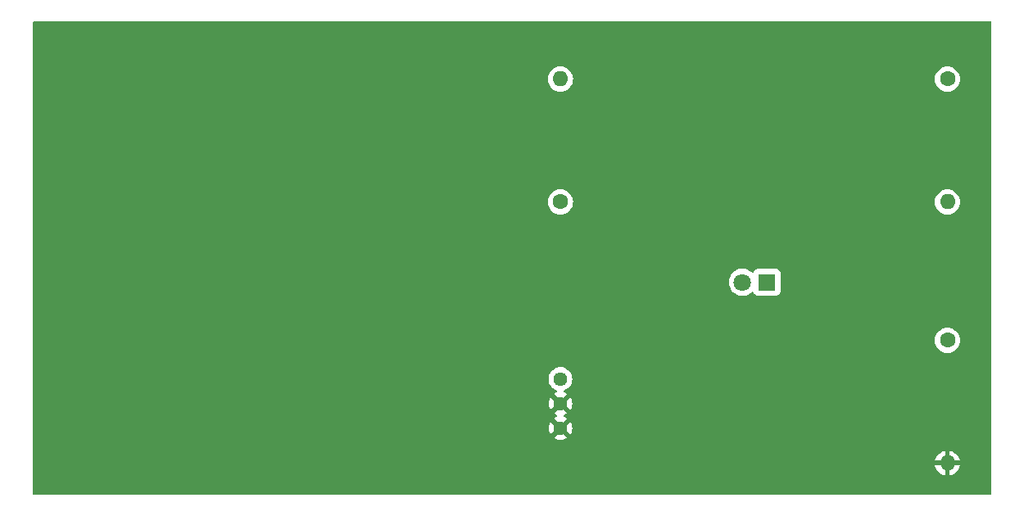
<source format=gbr>
%TF.GenerationSoftware,KiCad,Pcbnew,8.0.7*%
%TF.CreationDate,2025-01-07T01:48:30+09:00*%
%TF.ProjectId,WheatstonBridge,57686561-7473-4746-9f6e-427269646765,rev?*%
%TF.SameCoordinates,Original*%
%TF.FileFunction,Copper,L2,Bot*%
%TF.FilePolarity,Positive*%
%FSLAX46Y46*%
G04 Gerber Fmt 4.6, Leading zero omitted, Abs format (unit mm)*
G04 Created by KiCad (PCBNEW 8.0.7) date 2025-01-07 01:48:30*
%MOMM*%
%LPD*%
G01*
G04 APERTURE LIST*
%TA.AperFunction,ComponentPad*%
%ADD10C,1.440000*%
%TD*%
%TA.AperFunction,ComponentPad*%
%ADD11C,1.600000*%
%TD*%
%TA.AperFunction,ComponentPad*%
%ADD12O,1.600000X1.600000*%
%TD*%
%TA.AperFunction,ComponentPad*%
%ADD13R,1.800000X1.800000*%
%TD*%
%TA.AperFunction,ComponentPad*%
%ADD14C,1.800000*%
%TD*%
G04 APERTURE END LIST*
D10*
%TO.P,RV1,1,1*%
%TO.N,GND*%
X155000000Y-92580000D03*
%TO.P,RV1,2,2*%
X155000000Y-90040000D03*
%TO.P,RV1,3,3*%
%TO.N,Net-(D1-A)*%
X155000000Y-87500000D03*
%TD*%
D11*
%TO.P,R3,1*%
%TO.N,Net-(D1-K)*%
X195000000Y-83500000D03*
D12*
%TO.P,R3,2*%
%TO.N,GND*%
X195000000Y-96200000D03*
%TD*%
D11*
%TO.P,R2,1*%
%TO.N,VCC*%
X195000000Y-56500000D03*
D12*
%TO.P,R2,2*%
%TO.N,Net-(D1-K)*%
X195000000Y-69200000D03*
%TD*%
D11*
%TO.P,R1,1*%
%TO.N,Net-(D1-A)*%
X155000000Y-69200000D03*
D12*
%TO.P,R1,2*%
%TO.N,VCC*%
X155000000Y-56500000D03*
%TD*%
D13*
%TO.P,D1,1,K*%
%TO.N,Net-(D1-K)*%
X176350000Y-77500000D03*
D14*
%TO.P,D1,2,A*%
%TO.N,Net-(D1-A)*%
X173810000Y-77500000D03*
%TD*%
%TA.AperFunction,Conductor*%
%TO.N,GND*%
G36*
X199442539Y-50520185D02*
G01*
X199488294Y-50572989D01*
X199499500Y-50624500D01*
X199499500Y-99375500D01*
X199479815Y-99442539D01*
X199427011Y-99488294D01*
X199375500Y-99499500D01*
X100624500Y-99499500D01*
X100557461Y-99479815D01*
X100511706Y-99427011D01*
X100500500Y-99375500D01*
X100500500Y-95949999D01*
X193721127Y-95949999D01*
X193721128Y-95950000D01*
X194684314Y-95950000D01*
X194679920Y-95954394D01*
X194627259Y-96045606D01*
X194600000Y-96147339D01*
X194600000Y-96252661D01*
X194627259Y-96354394D01*
X194679920Y-96445606D01*
X194684314Y-96450000D01*
X193721128Y-96450000D01*
X193773730Y-96646317D01*
X193773734Y-96646326D01*
X193869865Y-96852482D01*
X194000342Y-97038820D01*
X194161179Y-97199657D01*
X194347517Y-97330134D01*
X194553673Y-97426265D01*
X194553682Y-97426269D01*
X194749999Y-97478872D01*
X194750000Y-97478871D01*
X194750000Y-96515686D01*
X194754394Y-96520080D01*
X194845606Y-96572741D01*
X194947339Y-96600000D01*
X195052661Y-96600000D01*
X195154394Y-96572741D01*
X195245606Y-96520080D01*
X195250000Y-96515686D01*
X195250000Y-97478872D01*
X195446317Y-97426269D01*
X195446326Y-97426265D01*
X195652482Y-97330134D01*
X195838820Y-97199657D01*
X195999657Y-97038820D01*
X196130134Y-96852482D01*
X196226265Y-96646326D01*
X196226269Y-96646317D01*
X196278872Y-96450000D01*
X195315686Y-96450000D01*
X195320080Y-96445606D01*
X195372741Y-96354394D01*
X195400000Y-96252661D01*
X195400000Y-96147339D01*
X195372741Y-96045606D01*
X195320080Y-95954394D01*
X195315686Y-95950000D01*
X196278872Y-95950000D01*
X196278872Y-95949999D01*
X196226269Y-95753682D01*
X196226265Y-95753673D01*
X196130134Y-95547517D01*
X195999657Y-95361179D01*
X195838820Y-95200342D01*
X195652482Y-95069865D01*
X195446328Y-94973734D01*
X195250000Y-94921127D01*
X195250000Y-95884314D01*
X195245606Y-95879920D01*
X195154394Y-95827259D01*
X195052661Y-95800000D01*
X194947339Y-95800000D01*
X194845606Y-95827259D01*
X194754394Y-95879920D01*
X194750000Y-95884314D01*
X194750000Y-94921127D01*
X194553671Y-94973734D01*
X194347517Y-95069865D01*
X194161179Y-95200342D01*
X194000342Y-95361179D01*
X193869865Y-95547517D01*
X193773734Y-95753673D01*
X193773730Y-95753682D01*
X193721127Y-95949999D01*
X100500500Y-95949999D01*
X100500500Y-87499998D01*
X153774838Y-87499998D01*
X153774838Y-87500001D01*
X153793450Y-87712741D01*
X153793452Y-87712752D01*
X153848721Y-87919022D01*
X153848723Y-87919026D01*
X153848724Y-87919030D01*
X153891171Y-88010058D01*
X153938977Y-88112578D01*
X154061472Y-88287521D01*
X154212478Y-88438527D01*
X154212481Y-88438529D01*
X154387419Y-88561021D01*
X154387421Y-88561022D01*
X154387420Y-88561022D01*
X154451936Y-88591106D01*
X154580970Y-88651276D01*
X154580983Y-88651279D01*
X154586064Y-88653130D01*
X154585390Y-88654978D01*
X154637680Y-88686857D01*
X154668204Y-88749707D01*
X154659903Y-88819082D01*
X154615413Y-88872956D01*
X154585904Y-88886432D01*
X154586236Y-88887342D01*
X154581140Y-88889197D01*
X154387671Y-88979412D01*
X154387669Y-88979413D01*
X154331969Y-89018415D01*
X154331968Y-89018415D01*
X154953554Y-89640000D01*
X154947339Y-89640000D01*
X154845606Y-89667259D01*
X154754394Y-89719920D01*
X154679920Y-89794394D01*
X154627259Y-89885606D01*
X154600000Y-89987339D01*
X154600000Y-89993553D01*
X153978415Y-89371968D01*
X153978415Y-89371969D01*
X153939413Y-89427669D01*
X153939412Y-89427671D01*
X153849197Y-89621140D01*
X153849194Y-89621146D01*
X153793945Y-89827337D01*
X153793944Y-89827345D01*
X153775340Y-90039997D01*
X153775340Y-90040002D01*
X153793944Y-90252654D01*
X153793945Y-90252662D01*
X153849194Y-90458853D01*
X153849197Y-90458859D01*
X153939413Y-90652329D01*
X153978415Y-90708030D01*
X154600000Y-90086445D01*
X154600000Y-90092661D01*
X154627259Y-90194394D01*
X154679920Y-90285606D01*
X154754394Y-90360080D01*
X154845606Y-90412741D01*
X154947339Y-90440000D01*
X154953554Y-90440000D01*
X154331968Y-91061584D01*
X154387663Y-91100582D01*
X154387669Y-91100586D01*
X154581140Y-91190802D01*
X154586236Y-91192658D01*
X154585643Y-91194285D01*
X154638645Y-91226596D01*
X154669170Y-91289445D01*
X154660871Y-91358820D01*
X154616383Y-91412695D01*
X154585961Y-91426587D01*
X154586236Y-91427342D01*
X154581140Y-91429197D01*
X154387671Y-91519412D01*
X154387669Y-91519413D01*
X154331969Y-91558415D01*
X154331968Y-91558415D01*
X154953554Y-92180000D01*
X154947339Y-92180000D01*
X154845606Y-92207259D01*
X154754394Y-92259920D01*
X154679920Y-92334394D01*
X154627259Y-92425606D01*
X154600000Y-92527339D01*
X154600000Y-92533553D01*
X153978415Y-91911968D01*
X153978415Y-91911969D01*
X153939413Y-91967669D01*
X153939412Y-91967671D01*
X153849197Y-92161140D01*
X153849194Y-92161146D01*
X153793945Y-92367337D01*
X153793944Y-92367345D01*
X153775340Y-92579997D01*
X153775340Y-92580002D01*
X153793944Y-92792654D01*
X153793945Y-92792662D01*
X153849194Y-92998853D01*
X153849197Y-92998859D01*
X153939413Y-93192329D01*
X153978415Y-93248030D01*
X154600000Y-92626445D01*
X154600000Y-92632661D01*
X154627259Y-92734394D01*
X154679920Y-92825606D01*
X154754394Y-92900080D01*
X154845606Y-92952741D01*
X154947339Y-92980000D01*
X154953554Y-92980000D01*
X154331968Y-93601584D01*
X154387663Y-93640582D01*
X154387669Y-93640586D01*
X154581140Y-93730802D01*
X154581146Y-93730805D01*
X154787337Y-93786054D01*
X154787345Y-93786055D01*
X154999998Y-93804660D01*
X155000002Y-93804660D01*
X155212654Y-93786055D01*
X155212662Y-93786054D01*
X155418853Y-93730805D01*
X155418864Y-93730801D01*
X155612325Y-93640589D01*
X155668030Y-93601583D01*
X155046447Y-92980000D01*
X155052661Y-92980000D01*
X155154394Y-92952741D01*
X155245606Y-92900080D01*
X155320080Y-92825606D01*
X155372741Y-92734394D01*
X155400000Y-92632661D01*
X155400000Y-92626446D01*
X156021583Y-93248029D01*
X156060589Y-93192325D01*
X156150801Y-92998864D01*
X156150805Y-92998853D01*
X156206054Y-92792662D01*
X156206055Y-92792654D01*
X156224660Y-92580002D01*
X156224660Y-92579997D01*
X156206055Y-92367345D01*
X156206054Y-92367337D01*
X156150805Y-92161146D01*
X156150802Y-92161140D01*
X156060586Y-91967669D01*
X156060582Y-91967663D01*
X156021584Y-91911968D01*
X155400000Y-92533552D01*
X155400000Y-92527339D01*
X155372741Y-92425606D01*
X155320080Y-92334394D01*
X155245606Y-92259920D01*
X155154394Y-92207259D01*
X155052661Y-92180000D01*
X155046447Y-92180000D01*
X155668030Y-91558415D01*
X155612329Y-91519413D01*
X155418859Y-91429197D01*
X155413764Y-91427342D01*
X155414357Y-91425712D01*
X155361361Y-91393412D01*
X155330830Y-91330565D01*
X155339124Y-91261190D01*
X155383608Y-91207311D01*
X155414039Y-91193413D01*
X155413764Y-91192658D01*
X155418864Y-91190801D01*
X155612325Y-91100589D01*
X155668030Y-91061583D01*
X155046447Y-90440000D01*
X155052661Y-90440000D01*
X155154394Y-90412741D01*
X155245606Y-90360080D01*
X155320080Y-90285606D01*
X155372741Y-90194394D01*
X155400000Y-90092661D01*
X155400000Y-90086446D01*
X156021583Y-90708029D01*
X156060589Y-90652325D01*
X156150801Y-90458864D01*
X156150805Y-90458853D01*
X156206054Y-90252662D01*
X156206055Y-90252654D01*
X156224660Y-90040002D01*
X156224660Y-90039997D01*
X156206055Y-89827345D01*
X156206054Y-89827337D01*
X156150805Y-89621146D01*
X156150802Y-89621140D01*
X156060586Y-89427669D01*
X156060582Y-89427663D01*
X156021584Y-89371968D01*
X155400000Y-89993552D01*
X155400000Y-89987339D01*
X155372741Y-89885606D01*
X155320080Y-89794394D01*
X155245606Y-89719920D01*
X155154394Y-89667259D01*
X155052661Y-89640000D01*
X155046447Y-89640000D01*
X155668030Y-89018415D01*
X155612329Y-88979413D01*
X155418859Y-88889197D01*
X155413764Y-88887342D01*
X155414455Y-88885443D01*
X155362325Y-88853667D01*
X155331797Y-88790820D01*
X155340093Y-88721444D01*
X155384579Y-88667567D01*
X155414257Y-88654014D01*
X155413936Y-88653130D01*
X155419013Y-88651280D01*
X155419030Y-88651276D01*
X155612581Y-88561021D01*
X155787519Y-88438529D01*
X155938529Y-88287519D01*
X156061021Y-88112581D01*
X156151276Y-87919030D01*
X156206549Y-87712747D01*
X156225162Y-87500000D01*
X156206549Y-87287253D01*
X156151276Y-87080970D01*
X156061021Y-86887419D01*
X155938529Y-86712481D01*
X155938527Y-86712478D01*
X155787521Y-86561472D01*
X155612578Y-86438977D01*
X155612579Y-86438977D01*
X155483547Y-86378809D01*
X155419030Y-86348724D01*
X155419026Y-86348723D01*
X155419022Y-86348721D01*
X155212752Y-86293452D01*
X155212748Y-86293451D01*
X155212747Y-86293451D01*
X155212746Y-86293450D01*
X155212741Y-86293450D01*
X155000002Y-86274838D01*
X154999998Y-86274838D01*
X154787258Y-86293450D01*
X154787247Y-86293452D01*
X154580977Y-86348721D01*
X154580968Y-86348725D01*
X154387421Y-86438977D01*
X154212478Y-86561472D01*
X154061472Y-86712478D01*
X153938977Y-86887421D01*
X153848725Y-87080968D01*
X153848721Y-87080977D01*
X153793452Y-87287247D01*
X153793450Y-87287258D01*
X153774838Y-87499998D01*
X100500500Y-87499998D01*
X100500500Y-83499998D01*
X193694532Y-83499998D01*
X193694532Y-83500001D01*
X193714364Y-83726686D01*
X193714366Y-83726697D01*
X193773258Y-83946488D01*
X193773261Y-83946497D01*
X193869431Y-84152732D01*
X193869432Y-84152734D01*
X193999954Y-84339141D01*
X194160858Y-84500045D01*
X194160861Y-84500047D01*
X194347266Y-84630568D01*
X194553504Y-84726739D01*
X194773308Y-84785635D01*
X194935230Y-84799801D01*
X194999998Y-84805468D01*
X195000000Y-84805468D01*
X195000002Y-84805468D01*
X195056673Y-84800509D01*
X195226692Y-84785635D01*
X195446496Y-84726739D01*
X195652734Y-84630568D01*
X195839139Y-84500047D01*
X196000047Y-84339139D01*
X196130568Y-84152734D01*
X196226739Y-83946496D01*
X196285635Y-83726692D01*
X196305468Y-83500000D01*
X196285635Y-83273308D01*
X196226739Y-83053504D01*
X196130568Y-82847266D01*
X196000047Y-82660861D01*
X196000045Y-82660858D01*
X195839141Y-82499954D01*
X195652734Y-82369432D01*
X195652732Y-82369431D01*
X195446497Y-82273261D01*
X195446488Y-82273258D01*
X195226697Y-82214366D01*
X195226693Y-82214365D01*
X195226692Y-82214365D01*
X195226691Y-82214364D01*
X195226686Y-82214364D01*
X195000002Y-82194532D01*
X194999998Y-82194532D01*
X194773313Y-82214364D01*
X194773302Y-82214366D01*
X194553511Y-82273258D01*
X194553502Y-82273261D01*
X194347267Y-82369431D01*
X194347265Y-82369432D01*
X194160858Y-82499954D01*
X193999954Y-82660858D01*
X193869432Y-82847265D01*
X193869431Y-82847267D01*
X193773261Y-83053502D01*
X193773258Y-83053511D01*
X193714366Y-83273302D01*
X193714364Y-83273313D01*
X193694532Y-83499998D01*
X100500500Y-83499998D01*
X100500500Y-77499993D01*
X172404700Y-77499993D01*
X172404700Y-77500006D01*
X172423864Y-77731297D01*
X172423866Y-77731308D01*
X172480842Y-77956300D01*
X172574075Y-78168848D01*
X172701016Y-78363147D01*
X172701019Y-78363151D01*
X172701021Y-78363153D01*
X172858216Y-78533913D01*
X172858219Y-78533915D01*
X172858222Y-78533918D01*
X173041365Y-78676464D01*
X173041371Y-78676468D01*
X173041374Y-78676470D01*
X173245497Y-78786936D01*
X173359487Y-78826068D01*
X173465015Y-78862297D01*
X173465017Y-78862297D01*
X173465019Y-78862298D01*
X173693951Y-78900500D01*
X173693952Y-78900500D01*
X173926048Y-78900500D01*
X173926049Y-78900500D01*
X174154981Y-78862298D01*
X174374503Y-78786936D01*
X174578626Y-78676470D01*
X174761784Y-78533913D01*
X174770130Y-78524846D01*
X174830010Y-78488854D01*
X174899849Y-78490949D01*
X174957468Y-78530469D01*
X174977544Y-78565491D01*
X175006203Y-78642330D01*
X175006206Y-78642335D01*
X175092452Y-78757544D01*
X175092455Y-78757547D01*
X175207664Y-78843793D01*
X175207671Y-78843797D01*
X175342517Y-78894091D01*
X175342516Y-78894091D01*
X175349444Y-78894835D01*
X175402127Y-78900500D01*
X177297872Y-78900499D01*
X177357483Y-78894091D01*
X177492331Y-78843796D01*
X177607546Y-78757546D01*
X177693796Y-78642331D01*
X177744091Y-78507483D01*
X177750500Y-78447873D01*
X177750499Y-76552128D01*
X177744091Y-76492517D01*
X177734233Y-76466087D01*
X177693797Y-76357671D01*
X177693793Y-76357664D01*
X177607547Y-76242455D01*
X177607544Y-76242452D01*
X177492335Y-76156206D01*
X177492328Y-76156202D01*
X177357482Y-76105908D01*
X177357483Y-76105908D01*
X177297883Y-76099501D01*
X177297881Y-76099500D01*
X177297873Y-76099500D01*
X177297864Y-76099500D01*
X175402129Y-76099500D01*
X175402123Y-76099501D01*
X175342516Y-76105908D01*
X175207671Y-76156202D01*
X175207664Y-76156206D01*
X175092455Y-76242452D01*
X175092452Y-76242455D01*
X175006206Y-76357664D01*
X175006203Y-76357670D01*
X174977544Y-76434508D01*
X174935672Y-76490441D01*
X174870208Y-76514858D01*
X174801935Y-76500006D01*
X174770135Y-76475158D01*
X174761784Y-76466087D01*
X174761778Y-76466082D01*
X174761777Y-76466081D01*
X174578634Y-76323535D01*
X174578628Y-76323531D01*
X174374504Y-76213064D01*
X174374495Y-76213061D01*
X174154984Y-76137702D01*
X173964450Y-76105908D01*
X173926049Y-76099500D01*
X173693951Y-76099500D01*
X173655550Y-76105908D01*
X173465015Y-76137702D01*
X173245504Y-76213061D01*
X173245495Y-76213064D01*
X173041371Y-76323531D01*
X173041365Y-76323535D01*
X172858222Y-76466081D01*
X172858219Y-76466084D01*
X172858216Y-76466086D01*
X172858216Y-76466087D01*
X172813319Y-76514858D01*
X172701016Y-76636852D01*
X172574075Y-76831151D01*
X172480842Y-77043699D01*
X172423866Y-77268691D01*
X172423864Y-77268702D01*
X172404700Y-77499993D01*
X100500500Y-77499993D01*
X100500500Y-69199998D01*
X153694532Y-69199998D01*
X153694532Y-69200001D01*
X153714364Y-69426686D01*
X153714366Y-69426697D01*
X153773258Y-69646488D01*
X153773261Y-69646497D01*
X153869431Y-69852732D01*
X153869432Y-69852734D01*
X153999954Y-70039141D01*
X154160858Y-70200045D01*
X154160861Y-70200047D01*
X154347266Y-70330568D01*
X154553504Y-70426739D01*
X154773308Y-70485635D01*
X154935230Y-70499801D01*
X154999998Y-70505468D01*
X155000000Y-70505468D01*
X155000002Y-70505468D01*
X155056673Y-70500509D01*
X155226692Y-70485635D01*
X155446496Y-70426739D01*
X155652734Y-70330568D01*
X155839139Y-70200047D01*
X156000047Y-70039139D01*
X156130568Y-69852734D01*
X156226739Y-69646496D01*
X156285635Y-69426692D01*
X156305468Y-69200000D01*
X156305468Y-69199998D01*
X193694532Y-69199998D01*
X193694532Y-69200001D01*
X193714364Y-69426686D01*
X193714366Y-69426697D01*
X193773258Y-69646488D01*
X193773261Y-69646497D01*
X193869431Y-69852732D01*
X193869432Y-69852734D01*
X193999954Y-70039141D01*
X194160858Y-70200045D01*
X194160861Y-70200047D01*
X194347266Y-70330568D01*
X194553504Y-70426739D01*
X194773308Y-70485635D01*
X194935230Y-70499801D01*
X194999998Y-70505468D01*
X195000000Y-70505468D01*
X195000002Y-70505468D01*
X195056673Y-70500509D01*
X195226692Y-70485635D01*
X195446496Y-70426739D01*
X195652734Y-70330568D01*
X195839139Y-70200047D01*
X196000047Y-70039139D01*
X196130568Y-69852734D01*
X196226739Y-69646496D01*
X196285635Y-69426692D01*
X196305468Y-69200000D01*
X196285635Y-68973308D01*
X196226739Y-68753504D01*
X196130568Y-68547266D01*
X196000047Y-68360861D01*
X196000045Y-68360858D01*
X195839141Y-68199954D01*
X195652734Y-68069432D01*
X195652732Y-68069431D01*
X195446497Y-67973261D01*
X195446488Y-67973258D01*
X195226697Y-67914366D01*
X195226693Y-67914365D01*
X195226692Y-67914365D01*
X195226691Y-67914364D01*
X195226686Y-67914364D01*
X195000002Y-67894532D01*
X194999998Y-67894532D01*
X194773313Y-67914364D01*
X194773302Y-67914366D01*
X194553511Y-67973258D01*
X194553502Y-67973261D01*
X194347267Y-68069431D01*
X194347265Y-68069432D01*
X194160858Y-68199954D01*
X193999954Y-68360858D01*
X193869432Y-68547265D01*
X193869431Y-68547267D01*
X193773261Y-68753502D01*
X193773258Y-68753511D01*
X193714366Y-68973302D01*
X193714364Y-68973313D01*
X193694532Y-69199998D01*
X156305468Y-69199998D01*
X156285635Y-68973308D01*
X156226739Y-68753504D01*
X156130568Y-68547266D01*
X156000047Y-68360861D01*
X156000045Y-68360858D01*
X155839141Y-68199954D01*
X155652734Y-68069432D01*
X155652732Y-68069431D01*
X155446497Y-67973261D01*
X155446488Y-67973258D01*
X155226697Y-67914366D01*
X155226693Y-67914365D01*
X155226692Y-67914365D01*
X155226691Y-67914364D01*
X155226686Y-67914364D01*
X155000002Y-67894532D01*
X154999998Y-67894532D01*
X154773313Y-67914364D01*
X154773302Y-67914366D01*
X154553511Y-67973258D01*
X154553502Y-67973261D01*
X154347267Y-68069431D01*
X154347265Y-68069432D01*
X154160858Y-68199954D01*
X153999954Y-68360858D01*
X153869432Y-68547265D01*
X153869431Y-68547267D01*
X153773261Y-68753502D01*
X153773258Y-68753511D01*
X153714366Y-68973302D01*
X153714364Y-68973313D01*
X153694532Y-69199998D01*
X100500500Y-69199998D01*
X100500500Y-56499998D01*
X153694532Y-56499998D01*
X153694532Y-56500001D01*
X153714364Y-56726686D01*
X153714366Y-56726697D01*
X153773258Y-56946488D01*
X153773261Y-56946497D01*
X153869431Y-57152732D01*
X153869432Y-57152734D01*
X153999954Y-57339141D01*
X154160858Y-57500045D01*
X154160861Y-57500047D01*
X154347266Y-57630568D01*
X154553504Y-57726739D01*
X154773308Y-57785635D01*
X154935230Y-57799801D01*
X154999998Y-57805468D01*
X155000000Y-57805468D01*
X155000002Y-57805468D01*
X155056673Y-57800509D01*
X155226692Y-57785635D01*
X155446496Y-57726739D01*
X155652734Y-57630568D01*
X155839139Y-57500047D01*
X156000047Y-57339139D01*
X156130568Y-57152734D01*
X156226739Y-56946496D01*
X156285635Y-56726692D01*
X156305468Y-56500000D01*
X156305468Y-56499998D01*
X193694532Y-56499998D01*
X193694532Y-56500001D01*
X193714364Y-56726686D01*
X193714366Y-56726697D01*
X193773258Y-56946488D01*
X193773261Y-56946497D01*
X193869431Y-57152732D01*
X193869432Y-57152734D01*
X193999954Y-57339141D01*
X194160858Y-57500045D01*
X194160861Y-57500047D01*
X194347266Y-57630568D01*
X194553504Y-57726739D01*
X194773308Y-57785635D01*
X194935230Y-57799801D01*
X194999998Y-57805468D01*
X195000000Y-57805468D01*
X195000002Y-57805468D01*
X195056673Y-57800509D01*
X195226692Y-57785635D01*
X195446496Y-57726739D01*
X195652734Y-57630568D01*
X195839139Y-57500047D01*
X196000047Y-57339139D01*
X196130568Y-57152734D01*
X196226739Y-56946496D01*
X196285635Y-56726692D01*
X196305468Y-56500000D01*
X196285635Y-56273308D01*
X196226739Y-56053504D01*
X196130568Y-55847266D01*
X196000047Y-55660861D01*
X196000045Y-55660858D01*
X195839141Y-55499954D01*
X195652734Y-55369432D01*
X195652732Y-55369431D01*
X195446497Y-55273261D01*
X195446488Y-55273258D01*
X195226697Y-55214366D01*
X195226693Y-55214365D01*
X195226692Y-55214365D01*
X195226691Y-55214364D01*
X195226686Y-55214364D01*
X195000002Y-55194532D01*
X194999998Y-55194532D01*
X194773313Y-55214364D01*
X194773302Y-55214366D01*
X194553511Y-55273258D01*
X194553502Y-55273261D01*
X194347267Y-55369431D01*
X194347265Y-55369432D01*
X194160858Y-55499954D01*
X193999954Y-55660858D01*
X193869432Y-55847265D01*
X193869431Y-55847267D01*
X193773261Y-56053502D01*
X193773258Y-56053511D01*
X193714366Y-56273302D01*
X193714364Y-56273313D01*
X193694532Y-56499998D01*
X156305468Y-56499998D01*
X156285635Y-56273308D01*
X156226739Y-56053504D01*
X156130568Y-55847266D01*
X156000047Y-55660861D01*
X156000045Y-55660858D01*
X155839141Y-55499954D01*
X155652734Y-55369432D01*
X155652732Y-55369431D01*
X155446497Y-55273261D01*
X155446488Y-55273258D01*
X155226697Y-55214366D01*
X155226693Y-55214365D01*
X155226692Y-55214365D01*
X155226691Y-55214364D01*
X155226686Y-55214364D01*
X155000002Y-55194532D01*
X154999998Y-55194532D01*
X154773313Y-55214364D01*
X154773302Y-55214366D01*
X154553511Y-55273258D01*
X154553502Y-55273261D01*
X154347267Y-55369431D01*
X154347265Y-55369432D01*
X154160858Y-55499954D01*
X153999954Y-55660858D01*
X153869432Y-55847265D01*
X153869431Y-55847267D01*
X153773261Y-56053502D01*
X153773258Y-56053511D01*
X153714366Y-56273302D01*
X153714364Y-56273313D01*
X153694532Y-56499998D01*
X100500500Y-56499998D01*
X100500500Y-50624500D01*
X100520185Y-50557461D01*
X100572989Y-50511706D01*
X100624500Y-50500500D01*
X199375500Y-50500500D01*
X199442539Y-50520185D01*
G37*
%TD.AperFunction*%
%TD*%
M02*

</source>
